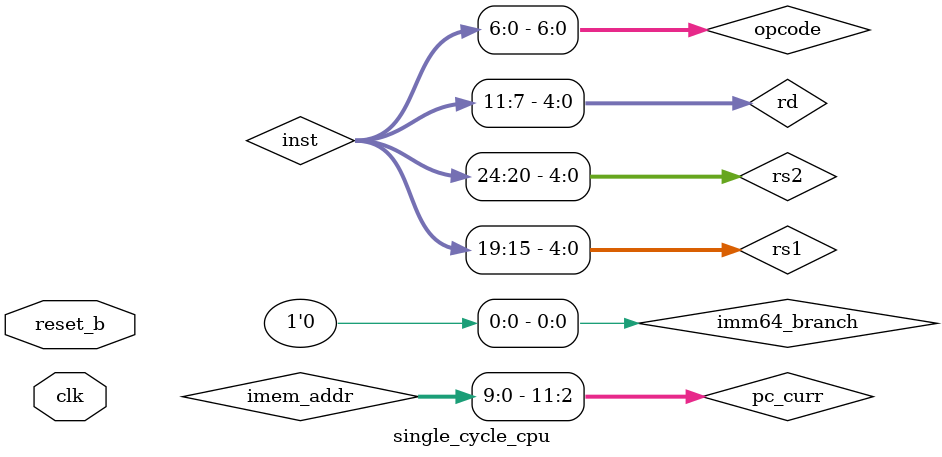
<source format=sv>
/* ********************************************
 *	COSE222 Lab #3
 *
 *	Module: top design of the single-cycle CPU (single_cycle_cpu.sv)
 *  - Top design of the single-cycle CPU
 *
 *  Author: Gunjae Koo (gunjaekoo@korea.ac.kr)
 *
 * ********************************************
 */

`timescale 1ns/1ps
`define FF 1    // Flip-flop delay for just better waveform view

module single_cycle_cpu
#(  parameter IMEM_DEPTH = 1024,    // imem depth (default: 1024 entries = 4 KB)
              IMEM_ADDR_WIDTH = 10,
              REG_WIDTH = 64,
              DMEM_DEPTH = 1024,    // dmem depth (default: 1024 entries = 8 KB)
              DMEM_ADDR_WIDTH = 10 )
(
    input           clk,            // System clock
    input           reset_b         // Asychronous negative reset
);

    // Wires for datapath elements
    logic   [IMEM_ADDR_WIDTH-1:0]   imem_addr;
    logic   [31:0]  inst;   // instructions = an output of ????

    logic   [4:0]   rs1, rs2, rd;    // register numbers
    logic   [REG_WIDTH-1:0] rd_din;
    logic           reg_write;
    logic   [REG_WIDTH-1:0] rs1_dout, rs2_dout;

    logic   [REG_WIDTH-1:0] alu_in1, alu_in2;
    logic   [3:0]   alu_control;    // ALU control signal
    logic   [REG_WIDTH-1:0] alu_result;
    logic           alu_zero;

    logic   [DMEM_ADDR_WIDTH-1:0]    dmem_addr;
    logic   [63:0]  dmem_din, dmem_dout;
    logic           mem_read, mem_write;

    // -------------------------------------------------------------------
    /* Main control unit:
     * Main control unit generates control signals for datapath elements
     * The control signals are determined by decoding instructions
     * Generating control signals using opcode = inst[6:0]
     */
    logic   [6:0]   opcode;
    logic           branch, alu_src, mem_to_reg;
    logic   [1:0]   alu_op;
    //logic         mem_read, mem_write, reg_write; // declared above

    // COMPLETE THE MAIN CONTROL UNIT HERE
    assign opcode = inst[6:0];
    assign branch = (opcode==7'b1100011) ? 1'b1: 1'b0;  // branch
    assign mem_read = (opcode==7'b0000011) ? 1'b1: 1'b0;    // ld
    assign mem_write = (opcode==7'b0100011) ? 1'b1: 1'b0;   // sd
    assign mem_to_reg = mem_read;
    assign reg_write = (opcode==7'b0110011) | mem_read; // ld or r-type
    assign alu_src = (mem_read | mem_write) ? 1'b1: 1'b0;   // ld or sd

    assign alu_op[0] = branch;
    assign alu_op[1] = (opcode==7'b0110011);    // r-type

    // --------------------------------------------------------------------

    // --------------------------------------------------------------------
    /* ALU control unit:
     * ALU control unit generate alu_control signal which selects ALU operations
     * Generating control signals using alu_op, funct7, and funct3 fileds
     */
    logic   [6:0]   funct7;
    logic   [2:0]   funct3;

    // COMPLETE THE ALU CONTROL UNIT HERE
    assign funct7 = inst[31:25];
    assign funct3 = inst[14:12];

    always_comb begin
        if (alu_op[1]) begin
            case (funct3)
                3'b111: alu_control = 4'b0000;
                3'b110: alu_control = 4'b0001;
                default: alu_control = (funct7[5]) ? 4'b0110: 4'b0010;
            endcase
        end else begin
            alu_control = (alu_op[0]) ? 4'b0110: 4'b0010;
        end
    end

    // ---------------------------------------------------------------------


    // ---------------------------------------------------------------------
    /* Immediate generator:
     * Generating immediate value from inst[31:0]
     */
    logic   [63:0]  imm64;
    logic   [63:0]  imm64_branch;  // imm64 left shifted by 1

    // COMPLETE IMMEDIATE GENERATOR HERE
    logic   [11:0]  imm12;

    assign imm12 = (branch) ? {inst[31], inst[7], inst[30:25], inst[11:8]}: 
                ( (mem_read) ? inst[31:20]: {inst[31:25], inst[11:7]} );
    assign imm64 = { {52{imm12[11]}}, imm12 };
    assign imm64_branch = {imm64[62:0], 1'b0}; // << 1 for branch

    // ----------------------------------------------------------------------

    // Program counter
    logic   [63:0]  pc_curr, pc_next;
    logic   [63:0]  pc_next_plus4, pc_next_branch;

    assign pc_next_plus4 = pc_curr + 3'd4;

    always_ff @ (posedge clk or negedge reset_b) begin
        if (~reset_b) begin
            pc_curr <= 'b0;
        end else begin
            pc_curr <= #(`FF) pc_next;
        end
    end


    // MUXes:
    // COMPLETE MUXES HERE
    // PC_NEXT
    assign pc_next = (branch & alu_zero) ? pc_next_branch: pc_next_plus4;
    assign pc_next_branch = pc_curr + imm64_branch;

    // ALU input
    assign alu_in1 = rs1_dout;
    assign alu_in2 = (alu_src) ? imm64: rs2_dout;

    // RF din
    assign rd_din = (mem_to_reg) ? dmem_dout: alu_result;

    // Connections
    // imem
    assign imem_addr = pc_curr[IMEM_ADDR_WIDTH+1:2];

    // regfile
    assign rs1 = inst[19:15];
    assign rs2 = inst[24:20];
    assign rd = inst[11:7];

    // dmem
    assign dmem_addr = alu_result[DMEM_ADDR_WIDTH+2:3];
    assign dmem_din = rs2_dout;

    // -----------------------------------------------------------------------
    /* Instantiation of datapath elements
     * All input/output ports should be connected
     */
    
    // IMEM
    imem #(
        .IMEM_DEPTH         (IMEM_DEPTH),
        .IMEM_ADDR_WIDTH    (IMEM_ADDR_WIDTH)
    ) u_imem_0 (
        .addr               ( imem_addr     ),
        .dout               ( inst          )
    );

    // REGFILE
    regfile #(
        .REG_WIDTH          (REG_WIDTH)
    ) u_regfile_0 (
        .clk                (clk),
        .rs1                (rs1),
        .rs2                (rs2),
        .rd                 (rd),
        .rd_din             (rd_din),
        .reg_write          (reg_write),
        .rs1_dout           (rs1_dout),
        .rs2_dout           (rs2_dout)
    );

    // ALU
    alu #(
        .REG_WIDTH          (REG_WIDTH)
    ) u_alu_0 (
        .in1                (alu_in1),
        .in2                (alu_in2),
        .alu_control        (alu_control),
        .result             (alu_result),
        .zero               (alu_zero)
    );

    // DMEM
    dmem #(
        .DMEM_DEPTH         (DMEM_DEPTH),
        .DMEM_ADDR_WIDTH    (DMEM_ADDR_WIDTH)
    ) u_dmem_0 (
        .clk                (clk),
        .addr               (dmem_addr),
        .din                (dmem_din),
        .mem_read           (mem_read),
        .mem_write          (mem_write),
        .dout               (dmem_dout)
    );
    

endmodule
</source>
